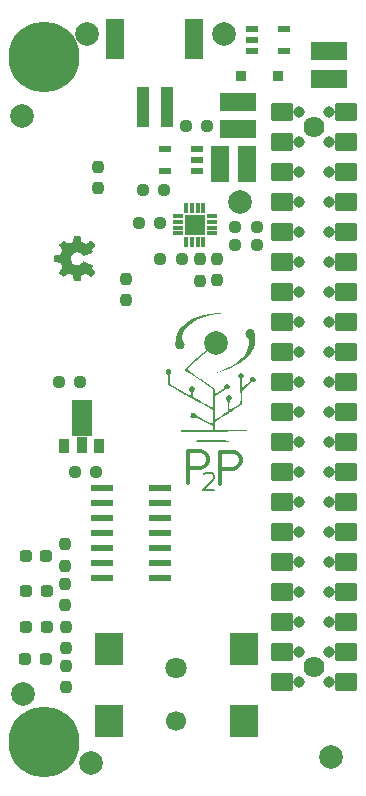
<source format=gbr>
%TF.GenerationSoftware,KiCad,Pcbnew,7.0.9*%
%TF.CreationDate,2023-12-06T19:43:01+08:00*%
%TF.ProjectId,RPI_Pico_header_attiny84_with_solar_Test_Pads_r5,5250495f-5069-4636-9f5f-686561646572,rev?*%
%TF.SameCoordinates,Original*%
%TF.FileFunction,Soldermask,Top*%
%TF.FilePolarity,Negative*%
%FSLAX46Y46*%
G04 Gerber Fmt 4.6, Leading zero omitted, Abs format (unit mm)*
G04 Created by KiCad (PCBNEW 7.0.9) date 2023-12-06 19:43:01*
%MOMM*%
%LPD*%
G01*
G04 APERTURE LIST*
G04 Aperture macros list*
%AMRoundRect*
0 Rectangle with rounded corners*
0 $1 Rounding radius*
0 $2 $3 $4 $5 $6 $7 $8 $9 X,Y pos of 4 corners*
0 Add a 4 corners polygon primitive as box body*
4,1,4,$2,$3,$4,$5,$6,$7,$8,$9,$2,$3,0*
0 Add four circle primitives for the rounded corners*
1,1,$1+$1,$2,$3*
1,1,$1+$1,$4,$5*
1,1,$1+$1,$6,$7*
1,1,$1+$1,$8,$9*
0 Add four rect primitives between the rounded corners*
20,1,$1+$1,$2,$3,$4,$5,0*
20,1,$1+$1,$4,$5,$6,$7,0*
20,1,$1+$1,$6,$7,$8,$9,0*
20,1,$1+$1,$8,$9,$2,$3,0*%
G04 Aperture macros list end*
%ADD10C,0.300000*%
%ADD11C,0.200000*%
%ADD12RoundRect,0.237500X-0.250000X-0.237500X0.250000X-0.237500X0.250000X0.237500X-0.250000X0.237500X0*%
%ADD13C,2.000000*%
%ADD14R,1.981200X0.558800*%
%ADD15RoundRect,0.237500X0.287500X0.237500X-0.287500X0.237500X-0.287500X-0.237500X0.287500X-0.237500X0*%
%ADD16RoundRect,0.237500X-0.237500X0.250000X-0.237500X-0.250000X0.237500X-0.250000X0.237500X0.250000X0*%
%ADD17R,1.000000X0.550000*%
%ADD18C,1.700000*%
%ADD19C,1.800000*%
%ADD20R,2.400000X2.800000*%
%ADD21C,6.000000*%
%ADD22C,0.970000*%
%ADD23C,1.780000*%
%ADD24RoundRect,0.102000X0.840000X-0.635000X0.840000X0.635000X-0.840000X0.635000X-0.840000X-0.635000X0*%
%ADD25R,3.050000X1.520000*%
%ADD26R,1.000000X3.500000*%
%ADD27R,1.500000X3.400000*%
%ADD28R,1.520000X3.050000*%
%ADD29RoundRect,0.237500X0.237500X-0.250000X0.237500X0.250000X-0.237500X0.250000X-0.237500X-0.250000X0*%
%ADD30R,0.900000X0.950000*%
%ADD31R,0.900000X1.300000*%
%ADD32R,0.900000X1.475000*%
%ADD33R,1.733000X3.125000*%
%ADD34RoundRect,0.007800X0.422200X0.122200X-0.422200X0.122200X-0.422200X-0.122200X0.422200X-0.122200X0*%
%ADD35RoundRect,0.007800X0.122200X-0.422200X0.122200X0.422200X-0.122200X0.422200X-0.122200X-0.422200X0*%
%ADD36R,1.680000X1.680000*%
G04 APERTURE END LIST*
D10*
X173251653Y-114143971D02*
X173251653Y-111443971D01*
X173251653Y-111443971D02*
X174394510Y-111443971D01*
X174394510Y-111443971D02*
X174680225Y-111572542D01*
X174680225Y-111572542D02*
X174823082Y-111701114D01*
X174823082Y-111701114D02*
X174965939Y-111958257D01*
X174965939Y-111958257D02*
X174965939Y-112343971D01*
X174965939Y-112343971D02*
X174823082Y-112601114D01*
X174823082Y-112601114D02*
X174680225Y-112729685D01*
X174680225Y-112729685D02*
X174394510Y-112858257D01*
X174394510Y-112858257D02*
X173251653Y-112858257D01*
X170501653Y-114083971D02*
X170501653Y-111383971D01*
X170501653Y-111383971D02*
X171644510Y-111383971D01*
X171644510Y-111383971D02*
X171930225Y-111512542D01*
X171930225Y-111512542D02*
X172073082Y-111641114D01*
X172073082Y-111641114D02*
X172215939Y-111898257D01*
X172215939Y-111898257D02*
X172215939Y-112283971D01*
X172215939Y-112283971D02*
X172073082Y-112541114D01*
X172073082Y-112541114D02*
X171930225Y-112669685D01*
X171930225Y-112669685D02*
X171644510Y-112798257D01*
X171644510Y-112798257D02*
X170501653Y-112798257D01*
D11*
X171847292Y-113348885D02*
X171918720Y-113277457D01*
X171918720Y-113277457D02*
X172061578Y-113206028D01*
X172061578Y-113206028D02*
X172418720Y-113206028D01*
X172418720Y-113206028D02*
X172561578Y-113277457D01*
X172561578Y-113277457D02*
X172633006Y-113348885D01*
X172633006Y-113348885D02*
X172704435Y-113491742D01*
X172704435Y-113491742D02*
X172704435Y-113634600D01*
X172704435Y-113634600D02*
X172633006Y-113848885D01*
X172633006Y-113848885D02*
X171775863Y-114706028D01*
X171775863Y-114706028D02*
X172704435Y-114706028D01*
%TO.C,G\u002A\u002A\u002A*%
G36*
X161214141Y-93162343D02*
G01*
X161276238Y-93162736D01*
X161322560Y-93163586D01*
X161355475Y-93165052D01*
X161377355Y-93167295D01*
X161390570Y-93170474D01*
X161397490Y-93174748D01*
X161400463Y-93180200D01*
X161404591Y-93197979D01*
X161411089Y-93230260D01*
X161418824Y-93271328D01*
X161422288Y-93290479D01*
X161441995Y-93399003D01*
X161458879Y-93487872D01*
X161473078Y-93557730D01*
X161484731Y-93609225D01*
X161493977Y-93643001D01*
X161500956Y-93659705D01*
X161502098Y-93661059D01*
X161514565Y-93667783D01*
X161542498Y-93680409D01*
X161582275Y-93697469D01*
X161630269Y-93717499D01*
X161682856Y-93739032D01*
X161736413Y-93760602D01*
X161787313Y-93780743D01*
X161831932Y-93797988D01*
X161866647Y-93810873D01*
X161887832Y-93817930D01*
X161892131Y-93818818D01*
X161903955Y-93812948D01*
X161931430Y-93795825D01*
X161973526Y-93768137D01*
X162029212Y-93730576D01*
X162097457Y-93683831D01*
X162177233Y-93628594D01*
X162208485Y-93606826D01*
X162245066Y-93582698D01*
X162277210Y-93563998D01*
X162300054Y-93553444D01*
X162306324Y-93552070D01*
X162319394Y-93559263D01*
X162344869Y-93579813D01*
X162381049Y-93612178D01*
X162426234Y-93654817D01*
X162478722Y-93706187D01*
X162503133Y-93730594D01*
X162558375Y-93786326D01*
X162600607Y-93829521D01*
X162631391Y-93862086D01*
X162652289Y-93885928D01*
X162664862Y-93902954D01*
X162670672Y-93915072D01*
X162671279Y-93924189D01*
X162668245Y-93932212D01*
X162668225Y-93932249D01*
X162658820Y-93947471D01*
X162639687Y-93976651D01*
X162612778Y-94016880D01*
X162580043Y-94065247D01*
X162543432Y-94118840D01*
X162533969Y-94132616D01*
X162497556Y-94186162D01*
X162465483Y-94234462D01*
X162439478Y-94274818D01*
X162421269Y-94304536D01*
X162412583Y-94320919D01*
X162412092Y-94322795D01*
X162416574Y-94336988D01*
X162428634Y-94364684D01*
X162446194Y-94401282D01*
X162458794Y-94426160D01*
X162478062Y-94465283D01*
X162492314Y-94497767D01*
X162499748Y-94519291D01*
X162500100Y-94525314D01*
X162489452Y-94531571D01*
X162462542Y-94544346D01*
X162422112Y-94562426D01*
X162370906Y-94584595D01*
X162311665Y-94609641D01*
X162276440Y-94624291D01*
X162197636Y-94656892D01*
X162110061Y-94693151D01*
X162020656Y-94730192D01*
X161936364Y-94765139D01*
X161864462Y-94794976D01*
X161805223Y-94819318D01*
X161752003Y-94840702D01*
X161707856Y-94857939D01*
X161675835Y-94869842D01*
X161658993Y-94875223D01*
X161657629Y-94875414D01*
X161645766Y-94867582D01*
X161626319Y-94846862D01*
X161603114Y-94817414D01*
X161598683Y-94811299D01*
X161525227Y-94722166D01*
X161445786Y-94652433D01*
X161359513Y-94601632D01*
X161265560Y-94569300D01*
X161163077Y-94554970D01*
X161129782Y-94554111D01*
X161029417Y-94562673D01*
X160937236Y-94589148D01*
X160851194Y-94634364D01*
X160769244Y-94699150D01*
X160767305Y-94700957D01*
X160699496Y-94777655D01*
X160648881Y-94863183D01*
X160615564Y-94955017D01*
X160599649Y-95050636D01*
X160601241Y-95147517D01*
X160620443Y-95243138D01*
X160657359Y-95334977D01*
X160712093Y-95420512D01*
X160736455Y-95449581D01*
X160813359Y-95520974D01*
X160899041Y-95573835D01*
X160993168Y-95608016D01*
X161095409Y-95623369D01*
X161128707Y-95624283D01*
X161231198Y-95616969D01*
X161323087Y-95594268D01*
X161406511Y-95555044D01*
X161483602Y-95498162D01*
X161556495Y-95422484D01*
X161591586Y-95377847D01*
X161617133Y-95345503D01*
X161639658Y-95320766D01*
X161655518Y-95307500D01*
X161659096Y-95306270D01*
X161671695Y-95310073D01*
X161700936Y-95320876D01*
X161744529Y-95337773D01*
X161800182Y-95359857D01*
X161865607Y-95386221D01*
X161938513Y-95415958D01*
X161999219Y-95440960D01*
X162079930Y-95474317D01*
X162158020Y-95506547D01*
X162230587Y-95536457D01*
X162294730Y-95562851D01*
X162347548Y-95584537D01*
X162386138Y-95600318D01*
X162401834Y-95606689D01*
X162449220Y-95626092D01*
X162479463Y-95641511D01*
X162494229Y-95657161D01*
X162495182Y-95677254D01*
X162483988Y-95706006D01*
X162462312Y-95747630D01*
X162459566Y-95752785D01*
X162439263Y-95792237D01*
X162423294Y-95825711D01*
X162413796Y-95848594D01*
X162412092Y-95855320D01*
X162417658Y-95867277D01*
X162433266Y-95893543D01*
X162457279Y-95931553D01*
X162488063Y-95978748D01*
X162523982Y-96032563D01*
X162545453Y-96064230D01*
X162583424Y-96120229D01*
X162617188Y-96170602D01*
X162645122Y-96212878D01*
X162665600Y-96244586D01*
X162677000Y-96263255D01*
X162678813Y-96267108D01*
X162671876Y-96276097D01*
X162652382Y-96297505D01*
X162622303Y-96329265D01*
X162583612Y-96369312D01*
X162538282Y-96415579D01*
X162502237Y-96451991D01*
X162449045Y-96504732D01*
X162401493Y-96550389D01*
X162361472Y-96587244D01*
X162330871Y-96613582D01*
X162311580Y-96627685D01*
X162306674Y-96629614D01*
X162291148Y-96623928D01*
X162263157Y-96608469D01*
X162226754Y-96585638D01*
X162188318Y-96559483D01*
X162118635Y-96510725D01*
X162054622Y-96466750D01*
X161998254Y-96428858D01*
X161951509Y-96398349D01*
X161916364Y-96376524D01*
X161894793Y-96364681D01*
X161889426Y-96362894D01*
X161875111Y-96366698D01*
X161845619Y-96377115D01*
X161804619Y-96392651D01*
X161755781Y-96411810D01*
X161702774Y-96433100D01*
X161649269Y-96455025D01*
X161598935Y-96476092D01*
X161555443Y-96494807D01*
X161522461Y-96509674D01*
X161503660Y-96519201D01*
X161501100Y-96521006D01*
X161495476Y-96534500D01*
X161487083Y-96565161D01*
X161476616Y-96609930D01*
X161464771Y-96665752D01*
X161452242Y-96729569D01*
X161445871Y-96763893D01*
X161433396Y-96830572D01*
X161421488Y-96890806D01*
X161410804Y-96941539D01*
X161402000Y-96979716D01*
X161395731Y-97002284D01*
X161393731Y-97006787D01*
X161385616Y-97010972D01*
X161367472Y-97014086D01*
X161337332Y-97016204D01*
X161293227Y-97017401D01*
X161233191Y-97017752D01*
X161155254Y-97017334D01*
X161125818Y-97017045D01*
X160868191Y-97014307D01*
X160850708Y-96927110D01*
X160842462Y-96885199D01*
X160831698Y-96829361D01*
X160819611Y-96765850D01*
X160807395Y-96700917D01*
X160802992Y-96677302D01*
X160792242Y-96621780D01*
X160782064Y-96573379D01*
X160773278Y-96535698D01*
X160766705Y-96512336D01*
X160764053Y-96506575D01*
X160750623Y-96498832D01*
X160721995Y-96485189D01*
X160681928Y-96467220D01*
X160634180Y-96446502D01*
X160582510Y-96424608D01*
X160530676Y-96403115D01*
X160482438Y-96383596D01*
X160441553Y-96367627D01*
X160411782Y-96356783D01*
X160396881Y-96352640D01*
X160396690Y-96352635D01*
X160383369Y-96358246D01*
X160355864Y-96373978D01*
X160316795Y-96398187D01*
X160268783Y-96429225D01*
X160214450Y-96465446D01*
X160182306Y-96487333D01*
X160125445Y-96526016D01*
X160073396Y-96560816D01*
X160028802Y-96590010D01*
X159994312Y-96611880D01*
X159972570Y-96624706D01*
X159967011Y-96627280D01*
X159956655Y-96625028D01*
X159938914Y-96613558D01*
X159912459Y-96591707D01*
X159875961Y-96558308D01*
X159828091Y-96512197D01*
X159769535Y-96454223D01*
X159720169Y-96404418D01*
X159676037Y-96358935D01*
X159639122Y-96319899D01*
X159611408Y-96289431D01*
X159594877Y-96269652D01*
X159591010Y-96263149D01*
X159596624Y-96251442D01*
X159612390Y-96225415D01*
X159636692Y-96187553D01*
X159667917Y-96140344D01*
X159704448Y-96086274D01*
X159730977Y-96047611D01*
X159770417Y-95990080D01*
X159805921Y-95937537D01*
X159835813Y-95892527D01*
X159858414Y-95857592D01*
X159872048Y-95835277D01*
X159875312Y-95828726D01*
X159872915Y-95814681D01*
X159863870Y-95785573D01*
X159849664Y-95745175D01*
X159831786Y-95697258D01*
X159811724Y-95645593D01*
X159790969Y-95593951D01*
X159771008Y-95546106D01*
X159753330Y-95505827D01*
X159739424Y-95476887D01*
X159731091Y-95463361D01*
X159718074Y-95458171D01*
X159687753Y-95450022D01*
X159643019Y-95439568D01*
X159586764Y-95427461D01*
X159521881Y-95414354D01*
X159469315Y-95404265D01*
X159400081Y-95391114D01*
X159337473Y-95378932D01*
X159284340Y-95368296D01*
X159243527Y-95359784D01*
X159217882Y-95353972D01*
X159210288Y-95351718D01*
X159207793Y-95340329D01*
X159205559Y-95311253D01*
X159203685Y-95267321D01*
X159202269Y-95211362D01*
X159201409Y-95146206D01*
X159201188Y-95090017D01*
X159201224Y-95011089D01*
X159201476Y-94950218D01*
X159202157Y-94904941D01*
X159203481Y-94872798D01*
X159205661Y-94851329D01*
X159208912Y-94838071D01*
X159213446Y-94830564D01*
X159219479Y-94826347D01*
X159224269Y-94824219D01*
X159240774Y-94819617D01*
X159274260Y-94812096D01*
X159321504Y-94802315D01*
X159379283Y-94790931D01*
X159444375Y-94778602D01*
X159477748Y-94772455D01*
X159544601Y-94760023D01*
X159605119Y-94748328D01*
X159656229Y-94737999D01*
X159694854Y-94729667D01*
X159717920Y-94723962D01*
X159722702Y-94722267D01*
X159730459Y-94710962D01*
X159744171Y-94684269D01*
X159762256Y-94645881D01*
X159783128Y-94599491D01*
X159805205Y-94548793D01*
X159826904Y-94497480D01*
X159846639Y-94449245D01*
X159862829Y-94407782D01*
X159873888Y-94376783D01*
X159878235Y-94359943D01*
X159878247Y-94359498D01*
X159872650Y-94347810D01*
X159856916Y-94321734D01*
X159832630Y-94283719D01*
X159801377Y-94236215D01*
X159764743Y-94181674D01*
X159734629Y-94137534D01*
X159695014Y-94079404D01*
X159659585Y-94026572D01*
X159629922Y-93981465D01*
X159607610Y-93946514D01*
X159594231Y-93924147D01*
X159591010Y-93917077D01*
X159598083Y-93906067D01*
X159617665Y-93883446D01*
X159647299Y-93851639D01*
X159684530Y-93813072D01*
X159726901Y-93770170D01*
X159771956Y-93725358D01*
X159817240Y-93681061D01*
X159860295Y-93639703D01*
X159898667Y-93603711D01*
X159929898Y-93575509D01*
X159951533Y-93557522D01*
X159960685Y-93552070D01*
X159973712Y-93556775D01*
X159999515Y-93571191D01*
X160038783Y-93595768D01*
X160092210Y-93630956D01*
X160160485Y-93677206D01*
X160244301Y-93734966D01*
X160285303Y-93763462D01*
X160324573Y-93789909D01*
X160358735Y-93811252D01*
X160383729Y-93825058D01*
X160394665Y-93829049D01*
X160407723Y-93825169D01*
X160435890Y-93814560D01*
X160475504Y-93798769D01*
X160522898Y-93779342D01*
X160574410Y-93757827D01*
X160626375Y-93735770D01*
X160675129Y-93714718D01*
X160717007Y-93696217D01*
X160748346Y-93681815D01*
X160765482Y-93673057D01*
X160767332Y-93671736D01*
X160770646Y-93660559D01*
X160777068Y-93632068D01*
X160786011Y-93589130D01*
X160796886Y-93534610D01*
X160809106Y-93471377D01*
X160817177Y-93428640D01*
X160829997Y-93360778D01*
X160841842Y-93299240D01*
X160852114Y-93247034D01*
X160860217Y-93207171D01*
X160865553Y-93182659D01*
X160867183Y-93176562D01*
X160872186Y-93172056D01*
X160884762Y-93168564D01*
X160907083Y-93165971D01*
X160941316Y-93164159D01*
X160989633Y-93163012D01*
X161054202Y-93162414D01*
X161133898Y-93162248D01*
X161214141Y-93162343D01*
G37*
G36*
X172896080Y-104757812D02*
G01*
X172878040Y-104775852D01*
X172860000Y-104757812D01*
X172878040Y-104739772D01*
X172896080Y-104757812D01*
G37*
G36*
X172098627Y-110465141D02*
G01*
X172382821Y-110466390D01*
X172670582Y-110468273D01*
X173012072Y-110470978D01*
X173288313Y-110473683D01*
X173506215Y-110476811D01*
X173672689Y-110480786D01*
X173794642Y-110486033D01*
X173878986Y-110492977D01*
X173932628Y-110502040D01*
X173962480Y-110513649D01*
X173975450Y-110528226D01*
X173978448Y-110546197D01*
X173978466Y-110548579D01*
X173976194Y-110566981D01*
X173964772Y-110581940D01*
X173937289Y-110593879D01*
X173886838Y-110603223D01*
X173806507Y-110610397D01*
X173689388Y-110615823D01*
X173528571Y-110619928D01*
X173317146Y-110623134D01*
X173048204Y-110625867D01*
X172714835Y-110628550D01*
X172670582Y-110628885D01*
X172367265Y-110630853D01*
X172084365Y-110632062D01*
X171830581Y-110632524D01*
X171614614Y-110632249D01*
X171445162Y-110631247D01*
X171330926Y-110629529D01*
X171281520Y-110627249D01*
X171213887Y-110591926D01*
X171200341Y-110548579D01*
X171231435Y-110488226D01*
X171281520Y-110469910D01*
X171335428Y-110467521D01*
X171452792Y-110465840D01*
X171624914Y-110464876D01*
X171843092Y-110464640D01*
X172098627Y-110465141D01*
G37*
G36*
X173615856Y-99669381D02*
G01*
X173625753Y-99671748D01*
X173599631Y-99674149D01*
X172957000Y-99744774D01*
X172369154Y-99861390D01*
X171835002Y-100024329D01*
X171353451Y-100233922D01*
X170929744Y-100486126D01*
X170758203Y-100607588D01*
X170629464Y-100708530D01*
X170524593Y-100805790D01*
X170424655Y-100916204D01*
X170365754Y-100987618D01*
X170202970Y-101224240D01*
X170086393Y-101468529D01*
X170024364Y-101702251D01*
X170019358Y-101744793D01*
X170011960Y-101864538D01*
X170022779Y-101941243D01*
X170060327Y-102003371D01*
X170113591Y-102059972D01*
X170184609Y-102143070D01*
X170217710Y-102226601D01*
X170226178Y-102345123D01*
X170226193Y-102352972D01*
X170218418Y-102475232D01*
X170186732Y-102559982D01*
X170119501Y-102640061D01*
X169976320Y-102738214D01*
X169813453Y-102767015D01*
X169705410Y-102750315D01*
X169560509Y-102678650D01*
X169464331Y-102561337D01*
X169422498Y-102410606D01*
X169440634Y-102238683D01*
X169452676Y-102200784D01*
X169485472Y-102078022D01*
X169511840Y-101925797D01*
X169521435Y-101835369D01*
X169572041Y-101537774D01*
X169681293Y-101262888D01*
X169853785Y-101001802D01*
X170073466Y-100765008D01*
X170427767Y-100476884D01*
X170837643Y-100230171D01*
X171298503Y-100026443D01*
X171805755Y-99867275D01*
X172354809Y-99754240D01*
X172941074Y-99688912D01*
X173254601Y-99674429D01*
X173422840Y-99670727D01*
X173545739Y-99669043D01*
X173615856Y-99669381D01*
G37*
G36*
X175934135Y-101070979D02*
G01*
X175940676Y-101073649D01*
X176021032Y-101111846D01*
X176080448Y-101156832D01*
X176121878Y-101219285D01*
X176148279Y-101309886D01*
X176162606Y-101439313D01*
X176167814Y-101618245D01*
X176166861Y-101857362D01*
X176166486Y-101889488D01*
X176163337Y-102110930D01*
X176158695Y-102274702D01*
X176150510Y-102395292D01*
X176136728Y-102487187D01*
X176115297Y-102564874D01*
X176084166Y-102642841D01*
X176048937Y-102719318D01*
X175852336Y-103056021D01*
X175589229Y-103375912D01*
X175263936Y-103676000D01*
X174880775Y-103953294D01*
X174444064Y-104204803D01*
X173958122Y-104427535D01*
X173427266Y-104618501D01*
X173215243Y-104681952D01*
X173083485Y-104718338D01*
X173008545Y-104735155D01*
X172978127Y-104733569D01*
X172979931Y-104714750D01*
X172986278Y-104703693D01*
X173036137Y-104675509D01*
X173094517Y-104667613D01*
X173170068Y-104653994D01*
X173202756Y-104631534D01*
X173254930Y-104598403D01*
X173277437Y-104595454D01*
X173350186Y-104578328D01*
X173472630Y-104531081D01*
X173632109Y-104459906D01*
X173815965Y-104370999D01*
X174011536Y-104270554D01*
X174206165Y-104164767D01*
X174387192Y-104059832D01*
X174447500Y-104022892D01*
X174642251Y-103884954D01*
X174856800Y-103704583D01*
X175070532Y-103499126D01*
X175073547Y-103496024D01*
X175321784Y-103213117D01*
X175505259Y-102938443D01*
X175628759Y-102661002D01*
X175697070Y-102369791D01*
X175714981Y-102053812D01*
X175714278Y-102023570D01*
X175700048Y-101923184D01*
X175651259Y-101857324D01*
X175589706Y-101815912D01*
X175466985Y-101710715D01*
X175400977Y-101568863D01*
X175385568Y-101423622D01*
X175417448Y-101271531D01*
X175503150Y-101150824D01*
X175627769Y-101070898D01*
X175776399Y-101041151D01*
X175934135Y-101070979D01*
G37*
G36*
X173069358Y-101596451D02*
G01*
X173232965Y-101677620D01*
X173368331Y-101802366D01*
X173463826Y-101966411D01*
X173507819Y-102165475D01*
X173509432Y-102214204D01*
X173478114Y-102423059D01*
X173382095Y-102602670D01*
X173281060Y-102709082D01*
X173117215Y-102809708D01*
X172927298Y-102858225D01*
X172732284Y-102853413D01*
X172553146Y-102794055D01*
X172490922Y-102754979D01*
X172415843Y-102706269D01*
X172367180Y-102701383D01*
X172325083Y-102729416D01*
X172096959Y-102928637D01*
X171861951Y-103136248D01*
X171626268Y-103346549D01*
X171396118Y-103553843D01*
X171177709Y-103752430D01*
X170977247Y-103936613D01*
X170800943Y-104100693D01*
X170655002Y-104238971D01*
X170545633Y-104345748D01*
X170479044Y-104415328D01*
X170460710Y-104440815D01*
X170489426Y-104472636D01*
X170571324Y-104540477D01*
X170700030Y-104639617D01*
X170869171Y-104765332D01*
X171072373Y-104912900D01*
X171303262Y-105077598D01*
X171555465Y-105254703D01*
X171615256Y-105296306D01*
X172769801Y-106098280D01*
X172780470Y-106339055D01*
X172788059Y-106460256D01*
X172797711Y-106546743D01*
X172807337Y-106579829D01*
X172807357Y-106579829D01*
X172841089Y-106559941D01*
X172921583Y-106505610D01*
X173037242Y-106424840D01*
X173176473Y-106325633D01*
X173195016Y-106312291D01*
X173350414Y-106198845D01*
X173457003Y-106115230D01*
X173525404Y-106050354D01*
X173566241Y-105993127D01*
X173590138Y-105932459D01*
X173601083Y-105888357D01*
X173655960Y-105752545D01*
X173742820Y-105674641D01*
X173853301Y-105659808D01*
X173930702Y-105684892D01*
X174030400Y-105763877D01*
X174072643Y-105863090D01*
X174062064Y-105965986D01*
X174003296Y-106056021D01*
X173900970Y-106116651D01*
X173805304Y-106132752D01*
X173736796Y-106140543D01*
X173663271Y-106164519D01*
X173572649Y-106211177D01*
X173452849Y-106287012D01*
X173291791Y-106398523D01*
X173231995Y-106441067D01*
X172805881Y-106745464D01*
X172796281Y-107726993D01*
X172794343Y-107984659D01*
X172793714Y-108217032D01*
X172794327Y-108414851D01*
X172796118Y-108568857D01*
X172799019Y-108669790D01*
X172802967Y-108708391D01*
X172803237Y-108708522D01*
X172842428Y-108689709D01*
X172929306Y-108638534D01*
X173051678Y-108562895D01*
X173197346Y-108470691D01*
X173354115Y-108369818D01*
X173509790Y-108268174D01*
X173652175Y-108173658D01*
X173769073Y-108094167D01*
X173848290Y-108037600D01*
X173877121Y-108013092D01*
X173888778Y-107960365D01*
X173898183Y-107852679D01*
X173904184Y-107707224D01*
X173905754Y-107585902D01*
X173904103Y-107406992D01*
X173896973Y-107284237D01*
X173882023Y-107201700D01*
X173856910Y-107143446D01*
X173836384Y-107114021D01*
X173756786Y-106979581D01*
X173744857Y-106860210D01*
X173798647Y-106749645D01*
X173899650Y-106667997D01*
X174011172Y-106653902D01*
X174118369Y-106707361D01*
X174158284Y-106749645D01*
X174213508Y-106867586D01*
X174198012Y-106985436D01*
X174112895Y-107096113D01*
X174103240Y-107104338D01*
X174059723Y-107146230D01*
X174033555Y-107195204D01*
X174020609Y-107269395D01*
X174016761Y-107386941D01*
X174017081Y-107483173D01*
X174018938Y-107657542D01*
X174027195Y-107776919D01*
X174050938Y-107844206D01*
X174099253Y-107862306D01*
X174181226Y-107834119D01*
X174305943Y-107762548D01*
X174482489Y-107650495D01*
X174501986Y-107638042D01*
X174658858Y-107536663D01*
X174793462Y-107447322D01*
X174894205Y-107377895D01*
X174949491Y-107336256D01*
X174955945Y-107329723D01*
X174960956Y-107286530D01*
X174964385Y-107180768D01*
X174966186Y-107022011D01*
X174966311Y-106819831D01*
X174964715Y-106583803D01*
X174961351Y-106323500D01*
X174960945Y-106298268D01*
X174955931Y-106003508D01*
X174951166Y-105772248D01*
X174945879Y-105595835D01*
X174939296Y-105465618D01*
X174930646Y-105372942D01*
X174919155Y-105309158D01*
X174904052Y-105265611D01*
X174884564Y-105233650D01*
X174863684Y-105208806D01*
X174800137Y-105126654D01*
X174760533Y-105055322D01*
X174760433Y-105055041D01*
X174758970Y-104955210D01*
X174809662Y-104859739D01*
X174893992Y-104787135D01*
X174993443Y-104755902D01*
X175051405Y-104764264D01*
X175170647Y-104837037D01*
X175232113Y-104940747D01*
X175231749Y-105059724D01*
X175165500Y-105178301D01*
X175160071Y-105184278D01*
X175123141Y-105229794D01*
X175100234Y-105280889D01*
X175088803Y-105354098D01*
X175086300Y-105465956D01*
X175090179Y-105632999D01*
X175090308Y-105637131D01*
X175097862Y-105789638D01*
X175109177Y-105910935D01*
X175122518Y-105985845D01*
X175132105Y-106002556D01*
X175169559Y-105979957D01*
X175248823Y-105918478D01*
X175358149Y-105827600D01*
X175481484Y-105720610D01*
X175622492Y-105593025D01*
X175715274Y-105500378D01*
X175768092Y-105432705D01*
X175789206Y-105380044D01*
X175789796Y-105348759D01*
X175808237Y-105238342D01*
X175875937Y-105139674D01*
X175972765Y-105076094D01*
X176035000Y-105064488D01*
X176141770Y-105095704D01*
X176226612Y-105174387D01*
X176271214Y-105278087D01*
X176269182Y-105351563D01*
X176215238Y-105470342D01*
X176120983Y-105531811D01*
X176008505Y-105543806D01*
X175935520Y-105548080D01*
X175866326Y-105571787D01*
X175784536Y-105624072D01*
X175673763Y-105714082D01*
X175620085Y-105760583D01*
X175487433Y-105878934D01*
X175357089Y-105999192D01*
X175251890Y-106100178D01*
X175228495Y-106123707D01*
X175089461Y-106266005D01*
X175102216Y-106824893D01*
X175114972Y-107383781D01*
X175024773Y-107448441D01*
X174967403Y-107487774D01*
X174863498Y-107557408D01*
X174726937Y-107648186D01*
X174571601Y-107750949D01*
X174411369Y-107856541D01*
X174260121Y-107955804D01*
X174131737Y-108039581D01*
X174040097Y-108098714D01*
X174017666Y-108112899D01*
X173969792Y-108142807D01*
X173871542Y-108204180D01*
X173733744Y-108290255D01*
X173567223Y-108394269D01*
X173392173Y-108503609D01*
X173212381Y-108617963D01*
X173055583Y-108721608D01*
X172931472Y-108807814D01*
X172849742Y-108869852D01*
X172820098Y-108900795D01*
X172816964Y-108954203D01*
X172811889Y-109060363D01*
X172805780Y-109199927D01*
X172803333Y-109258735D01*
X172790391Y-109574431D01*
X174142099Y-109574431D01*
X174489733Y-109574531D01*
X174772010Y-109575071D01*
X174995732Y-109576412D01*
X175167701Y-109578915D01*
X175294720Y-109582941D01*
X175383590Y-109588850D01*
X175441114Y-109597003D01*
X175474093Y-109607762D01*
X175489330Y-109621487D01*
X175493628Y-109638538D01*
X175493807Y-109646138D01*
X175492553Y-109659571D01*
X175485579Y-109671234D01*
X175468068Y-109681271D01*
X175435202Y-109689827D01*
X175382164Y-109697049D01*
X175304137Y-109703080D01*
X175196302Y-109708065D01*
X175053843Y-109712151D01*
X174871941Y-109715481D01*
X174645780Y-109718200D01*
X174370542Y-109720455D01*
X174041409Y-109722389D01*
X173653564Y-109724147D01*
X173202189Y-109725876D01*
X172796861Y-109727317D01*
X172360342Y-109728695D01*
X171943592Y-109729711D01*
X171552426Y-109730367D01*
X171192656Y-109730669D01*
X170870095Y-109730622D01*
X170590558Y-109730228D01*
X170359856Y-109729493D01*
X170183804Y-109728421D01*
X170068214Y-109727016D01*
X170018900Y-109725283D01*
X170018736Y-109725260D01*
X169950868Y-109689521D01*
X169937557Y-109644081D01*
X169963021Y-109586686D01*
X170018736Y-109573563D01*
X170072898Y-109573408D01*
X170190376Y-109573357D01*
X170362328Y-109573405D01*
X170579912Y-109573547D01*
X170834284Y-109573776D01*
X171116603Y-109574088D01*
X171371719Y-109574413D01*
X172643523Y-109576131D01*
X172643523Y-109433540D01*
X172631828Y-109329531D01*
X172602910Y-109253030D01*
X172594936Y-109243273D01*
X172549022Y-109213567D01*
X172448570Y-109157873D01*
X172303989Y-109081652D01*
X172125688Y-108990364D01*
X171924074Y-108889470D01*
X171864325Y-108859977D01*
X171637709Y-108748699D01*
X171466322Y-108665975D01*
X171340658Y-108608474D01*
X171251213Y-108572865D01*
X171188482Y-108555821D01*
X171142960Y-108554009D01*
X171105141Y-108564102D01*
X171068622Y-108581218D01*
X170942924Y-108613893D01*
X170836703Y-108588905D01*
X170759691Y-108520087D01*
X170721619Y-108421273D01*
X170732218Y-108306298D01*
X170796502Y-108194389D01*
X170879818Y-108144421D01*
X170984836Y-108140345D01*
X171088578Y-108174530D01*
X171168070Y-108239344D01*
X171200334Y-108327156D01*
X171200341Y-108328521D01*
X171232641Y-108363032D01*
X171326361Y-108423588D01*
X171476729Y-108507500D01*
X171678973Y-108612079D01*
X171876832Y-108709748D01*
X172080890Y-108808345D01*
X172263421Y-108895734D01*
X172414304Y-108967137D01*
X172523414Y-109017772D01*
X172580630Y-109042857D01*
X172585962Y-109044650D01*
X172598048Y-109012958D01*
X172610181Y-108921146D01*
X172621314Y-108781245D01*
X172630400Y-108605284D01*
X172634421Y-108487874D01*
X172650241Y-107924470D01*
X172547663Y-107853539D01*
X172482356Y-107812792D01*
X172366201Y-107744716D01*
X172210054Y-107655332D01*
X172024775Y-107550661D01*
X171821221Y-107436723D01*
X171610250Y-107319540D01*
X171402721Y-107205132D01*
X171209491Y-107099519D01*
X171041418Y-107008724D01*
X170909361Y-106938765D01*
X170824176Y-106895665D01*
X170803695Y-106886505D01*
X170739450Y-106855950D01*
X170626936Y-106797039D01*
X170480409Y-106717436D01*
X170314127Y-106624806D01*
X170261341Y-106594951D01*
X170054485Y-106477710D01*
X169813066Y-106341161D01*
X169565439Y-106201325D01*
X169339956Y-106074225D01*
X169315185Y-106060281D01*
X168819091Y-105781086D01*
X168819091Y-105352674D01*
X168817835Y-105166991D01*
X168812832Y-105040170D01*
X168802228Y-104958939D01*
X168784167Y-104910023D01*
X168756797Y-104880152D01*
X168752658Y-104877116D01*
X168681513Y-104806268D01*
X168644548Y-104751406D01*
X168622756Y-104643039D01*
X168657456Y-104537163D01*
X168735325Y-104454505D01*
X168843038Y-104415792D01*
X168860762Y-104415056D01*
X168975853Y-104444671D01*
X169059028Y-104520498D01*
X169102133Y-104623014D01*
X169097012Y-104732695D01*
X169035511Y-104830017D01*
X169034480Y-104830956D01*
X169002717Y-104865883D01*
X168982308Y-104911379D01*
X168971343Y-104981895D01*
X168967912Y-105091880D01*
X168970102Y-105255787D01*
X168971341Y-105308392D01*
X168981449Y-105719541D01*
X169842200Y-106203805D01*
X170069319Y-106330945D01*
X170276316Y-106445603D01*
X170454763Y-106543208D01*
X170596232Y-106619190D01*
X170692298Y-106668979D01*
X170734533Y-106688004D01*
X170735169Y-106688068D01*
X170755131Y-106655997D01*
X170766434Y-106575648D01*
X170767386Y-106539938D01*
X170742547Y-106391149D01*
X170677188Y-106284613D01*
X170603577Y-106168424D01*
X170597031Y-106066280D01*
X170657489Y-105965746D01*
X170675548Y-105946797D01*
X170783369Y-105872653D01*
X170889165Y-105870430D01*
X170996750Y-105940130D01*
X171003543Y-105946797D01*
X171077611Y-106054309D01*
X171079906Y-106159841D01*
X171010409Y-106267727D01*
X171001903Y-106276433D01*
X170947692Y-106343824D01*
X170920488Y-106423144D01*
X170912047Y-106541507D01*
X170911884Y-106572449D01*
X170912064Y-106778267D01*
X171588376Y-107156160D01*
X171802164Y-107275475D01*
X172007018Y-107389548D01*
X172190119Y-107491259D01*
X172338648Y-107573490D01*
X172439787Y-107629123D01*
X172454105Y-107636923D01*
X172643523Y-107739794D01*
X172643523Y-106949482D01*
X172643523Y-106159170D01*
X171503196Y-105368292D01*
X171246463Y-105190619D01*
X171006313Y-105025160D01*
X170789665Y-104876626D01*
X170603436Y-104749729D01*
X170454544Y-104649178D01*
X170349908Y-104579687D01*
X170296445Y-104545966D01*
X170293073Y-104544190D01*
X170241400Y-104499423D01*
X170233755Y-104465886D01*
X170262220Y-104432492D01*
X170338789Y-104356843D01*
X170457495Y-104244468D01*
X170612368Y-104100893D01*
X170797441Y-103931645D01*
X171006744Y-103742252D01*
X171234309Y-103538240D01*
X171266103Y-103509881D01*
X171532958Y-103271346D01*
X171750008Y-103075606D01*
X171921885Y-102918092D01*
X172053222Y-102794232D01*
X172148651Y-102699457D01*
X172212803Y-102629195D01*
X172250312Y-102578876D01*
X172265808Y-102543930D01*
X172265430Y-102523839D01*
X172216313Y-102273181D01*
X172230143Y-102056040D01*
X172307237Y-101870091D01*
X172365122Y-101793144D01*
X172525392Y-101657206D01*
X172703941Y-101581965D01*
X172889139Y-101563140D01*
X173069358Y-101596451D01*
G37*
%TD*%
D12*
%TO.C,R1*%
X170337500Y-83840000D03*
X172162500Y-83840000D03*
%TD*%
D13*
%TO.C,FID1*%
X161960000Y-76110000D03*
%TD*%
D14*
%TO.C,U1*%
X168150000Y-114545000D03*
X168150000Y-115815000D03*
X168150000Y-117085000D03*
X168150000Y-118355000D03*
X168150000Y-119625000D03*
X168150000Y-120895000D03*
X168150000Y-122165000D03*
X163222400Y-122165000D03*
X163222400Y-120895000D03*
X163222400Y-115815000D03*
X163222400Y-117085000D03*
X163222400Y-119625000D03*
X163222400Y-118355000D03*
X163222400Y-114545000D03*
%TD*%
D15*
%TO.C,D1*%
X158510000Y-128980000D03*
X156760000Y-128980000D03*
%TD*%
D13*
%TO.C,FID4*%
X182660000Y-137310000D03*
%TD*%
D12*
%TO.C,C1*%
X166357500Y-92110000D03*
X168182500Y-92110000D03*
%TD*%
D16*
%TO.C,R4*%
X173010000Y-95107500D03*
X173010000Y-96932500D03*
%TD*%
D12*
%TO.C,R1*%
X174537500Y-92410000D03*
X176362500Y-92410000D03*
%TD*%
D17*
%TO.C,U4*%
X168550000Y-85770000D03*
X171250000Y-85770000D03*
X171250000Y-86720000D03*
X168550000Y-87670000D03*
X171250000Y-87670000D03*
%TD*%
D18*
%TO.C,J3*%
X169520000Y-134270000D03*
D19*
X169520000Y-129770000D03*
D20*
X163820000Y-128170000D03*
X163820000Y-134270000D03*
X175220000Y-134270000D03*
X175220000Y-128170000D03*
%TD*%
D13*
%TO.C,FID3*%
X156480000Y-82990000D03*
%TD*%
D12*
%TO.C,R1*%
X174537500Y-93920000D03*
X176362500Y-93920000D03*
%TD*%
D21*
%TO.C,REF\u002A\u002A*%
X158340000Y-77980000D03*
X158340000Y-135980000D03*
D22*
X179900000Y-82680000D03*
X179900000Y-85220000D03*
X179900000Y-87760000D03*
X179900000Y-90300000D03*
X179900000Y-92840000D03*
X179900000Y-95380000D03*
X179900000Y-97920000D03*
X179900000Y-100460000D03*
X179900000Y-103000000D03*
X179900000Y-105540000D03*
X179900000Y-108080000D03*
X179900000Y-110620000D03*
X179900000Y-113160000D03*
X179900000Y-115700000D03*
X179900000Y-118240000D03*
X179900000Y-120780000D03*
X179900000Y-123320000D03*
X179900000Y-125860000D03*
X179900000Y-128400000D03*
X179900000Y-130940000D03*
D23*
X181170000Y-83950000D03*
X181170000Y-129670000D03*
D22*
X182440000Y-82680000D03*
X182440000Y-85220000D03*
X182440000Y-87760000D03*
X182440000Y-90300000D03*
X182440000Y-92840000D03*
X182440000Y-95380000D03*
X182440000Y-97920000D03*
X182440000Y-100460000D03*
X182440000Y-103000000D03*
X182440000Y-105540000D03*
X182440000Y-108080000D03*
X182440000Y-110620000D03*
X182440000Y-113160000D03*
X182440000Y-115700000D03*
X182440000Y-118240000D03*
X182440000Y-120780000D03*
X182440000Y-123320000D03*
X182440000Y-125860000D03*
X182440000Y-128400000D03*
X182440000Y-130940000D03*
D24*
X183890000Y-82680000D03*
X178450000Y-82680000D03*
X183890000Y-85220000D03*
X178450000Y-85220000D03*
X178450000Y-87760000D03*
X183890000Y-90300000D03*
X178450000Y-90300000D03*
X183890000Y-92840000D03*
X183890000Y-95380000D03*
X178450000Y-95380000D03*
X178450000Y-97920000D03*
X183890000Y-100460000D03*
X178450000Y-100460000D03*
X183890000Y-103000000D03*
X178450000Y-103000000D03*
X178450000Y-105540000D03*
X183890000Y-108080000D03*
X178450000Y-108080000D03*
X183890000Y-110620000D03*
X178450000Y-110620000D03*
X183890000Y-113160000D03*
X183890000Y-115700000D03*
X178450000Y-115700000D03*
X178450000Y-118240000D03*
X183890000Y-120780000D03*
X178450000Y-120780000D03*
X178450000Y-123320000D03*
X183890000Y-125860000D03*
X178450000Y-125860000D03*
X183890000Y-128400000D03*
X178450000Y-128400000D03*
X183890000Y-130940000D03*
X178450000Y-92840000D03*
X178450000Y-113160000D03*
X178450000Y-130940000D03*
X183890000Y-87760000D03*
X183890000Y-97920000D03*
X183890000Y-105540000D03*
X183890000Y-118240000D03*
X183890000Y-123320000D03*
%TD*%
D12*
%TO.C,C1*%
X166677500Y-89310000D03*
X168502500Y-89310000D03*
%TD*%
D25*
%TO.C,L1*%
X174770000Y-84140000D03*
X174770000Y-81850000D03*
%TD*%
D13*
%TO.C,FID2*%
X173570000Y-76110000D03*
%TD*%
D26*
%TO.C,J1*%
X168700000Y-82260000D03*
X166700000Y-82260000D03*
D27*
X171050000Y-76510000D03*
X164350000Y-76510000D03*
%TD*%
D13*
%TO.C,FID7*%
X174930000Y-90270000D03*
%TD*%
D15*
%TO.C,D1*%
X158527500Y-120260000D03*
X156777500Y-120260000D03*
%TD*%
D28*
%TO.C,C3*%
X173230000Y-87050000D03*
X175520000Y-87050000D03*
%TD*%
D13*
%TO.C,FID5*%
X162340000Y-137830000D03*
%TD*%
D25*
%TO.C,C3*%
X182470000Y-79840000D03*
X182470000Y-77550000D03*
%TD*%
D29*
%TO.C,R4*%
X165310000Y-98595000D03*
X165310000Y-96770000D03*
%TD*%
D15*
%TO.C,D1*%
X158540000Y-126250000D03*
X156790000Y-126250000D03*
%TD*%
D30*
%TO.C,D2*%
X175030000Y-79620000D03*
X178180000Y-79620000D03*
%TD*%
D12*
%TO.C,C1*%
X160937500Y-113140000D03*
X162762500Y-113140000D03*
%TD*%
D31*
%TO.C,U2*%
X160020000Y-110957500D03*
D32*
X161520000Y-110870000D03*
D33*
X161520000Y-108570000D03*
D31*
X163020000Y-110957500D03*
%TD*%
D12*
%TO.C,C1*%
X159577500Y-105510000D03*
X161402500Y-105510000D03*
%TD*%
D16*
%TO.C,R2*%
X160120000Y-119245000D03*
X160120000Y-121070000D03*
%TD*%
%TO.C,R2*%
X160150000Y-126240000D03*
X160150000Y-128065000D03*
%TD*%
D29*
%TO.C,R2*%
X160150000Y-131395000D03*
X160150000Y-129570000D03*
%TD*%
D12*
%TO.C,C1*%
X168157500Y-95090000D03*
X169982500Y-95090000D03*
%TD*%
D34*
%TO.C,U3*%
X172515000Y-92455000D03*
X172515000Y-91955000D03*
X172515000Y-91455000D03*
X169645000Y-91455000D03*
D35*
X171330000Y-90770000D03*
X171830000Y-90770000D03*
X170330000Y-90770000D03*
D34*
X169645000Y-92955000D03*
D35*
X170330000Y-93640000D03*
X171830000Y-93640000D03*
D34*
X169645000Y-92455000D03*
X169645000Y-91955000D03*
D35*
X170830000Y-90770000D03*
X171330000Y-93640000D03*
X170830000Y-93640000D03*
D34*
X172515000Y-92955000D03*
D36*
X171080000Y-92205000D03*
%TD*%
D13*
%TO.C,FID6*%
X156550000Y-131980000D03*
%TD*%
D16*
%TO.C,R1*%
X171500000Y-95120000D03*
X171500000Y-96945000D03*
%TD*%
D15*
%TO.C,D1*%
X158562500Y-123210000D03*
X156812500Y-123210000D03*
%TD*%
D17*
%TO.C,U5*%
X175980000Y-76560000D03*
X178680000Y-75610000D03*
X175980000Y-77510000D03*
X175980000Y-75610000D03*
X178680000Y-77510000D03*
%TD*%
D13*
%TO.C,FID7*%
X172860000Y-102230000D03*
%TD*%
D29*
%TO.C,R1*%
X162930000Y-89112500D03*
X162930000Y-87287500D03*
%TD*%
D16*
%TO.C,R2*%
X160140000Y-122595000D03*
X160140000Y-124420000D03*
%TD*%
M02*

</source>
